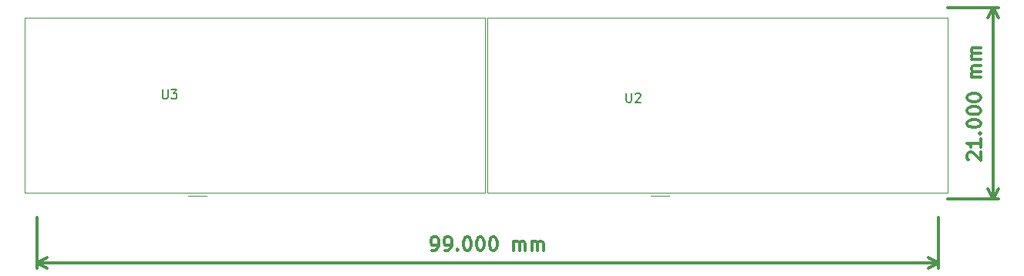
<source format=gbr>
G04 #@! TF.GenerationSoftware,KiCad,Pcbnew,(5.0.2)-1*
G04 #@! TF.CreationDate,2021-03-12T16:00:43+02:00*
G04 #@! TF.ProjectId,MAX7219 SMD,4d415837-3231-4392-9053-4d442e6b6963,rev?*
G04 #@! TF.SameCoordinates,Original*
G04 #@! TF.FileFunction,Legend,Top*
G04 #@! TF.FilePolarity,Positive*
%FSLAX46Y46*%
G04 Gerber Fmt 4.6, Leading zero omitted, Abs format (unit mm)*
G04 Created by KiCad (PCBNEW (5.0.2)-1) date 12.03.2021 16:00:43*
%MOMM*%
%LPD*%
G01*
G04 APERTURE LIST*
%ADD10C,0.300000*%
%ADD11C,0.120000*%
%ADD12C,0.150000*%
G04 APERTURE END LIST*
D10*
X137428571Y-115678571D02*
X137714285Y-115678571D01*
X137857142Y-115607142D01*
X137928571Y-115535714D01*
X138071428Y-115321428D01*
X138142857Y-115035714D01*
X138142857Y-114464285D01*
X138071428Y-114321428D01*
X138000000Y-114250000D01*
X137857142Y-114178571D01*
X137571428Y-114178571D01*
X137428571Y-114250000D01*
X137357142Y-114321428D01*
X137285714Y-114464285D01*
X137285714Y-114821428D01*
X137357142Y-114964285D01*
X137428571Y-115035714D01*
X137571428Y-115107142D01*
X137857142Y-115107142D01*
X138000000Y-115035714D01*
X138071428Y-114964285D01*
X138142857Y-114821428D01*
X138857142Y-115678571D02*
X139142857Y-115678571D01*
X139285714Y-115607142D01*
X139357142Y-115535714D01*
X139500000Y-115321428D01*
X139571428Y-115035714D01*
X139571428Y-114464285D01*
X139500000Y-114321428D01*
X139428571Y-114250000D01*
X139285714Y-114178571D01*
X139000000Y-114178571D01*
X138857142Y-114250000D01*
X138785714Y-114321428D01*
X138714285Y-114464285D01*
X138714285Y-114821428D01*
X138785714Y-114964285D01*
X138857142Y-115035714D01*
X139000000Y-115107142D01*
X139285714Y-115107142D01*
X139428571Y-115035714D01*
X139500000Y-114964285D01*
X139571428Y-114821428D01*
X140214285Y-115535714D02*
X140285714Y-115607142D01*
X140214285Y-115678571D01*
X140142857Y-115607142D01*
X140214285Y-115535714D01*
X140214285Y-115678571D01*
X141214285Y-114178571D02*
X141357142Y-114178571D01*
X141500000Y-114250000D01*
X141571428Y-114321428D01*
X141642857Y-114464285D01*
X141714285Y-114750000D01*
X141714285Y-115107142D01*
X141642857Y-115392857D01*
X141571428Y-115535714D01*
X141500000Y-115607142D01*
X141357142Y-115678571D01*
X141214285Y-115678571D01*
X141071428Y-115607142D01*
X141000000Y-115535714D01*
X140928571Y-115392857D01*
X140857142Y-115107142D01*
X140857142Y-114750000D01*
X140928571Y-114464285D01*
X141000000Y-114321428D01*
X141071428Y-114250000D01*
X141214285Y-114178571D01*
X142642857Y-114178571D02*
X142785714Y-114178571D01*
X142928571Y-114250000D01*
X143000000Y-114321428D01*
X143071428Y-114464285D01*
X143142857Y-114750000D01*
X143142857Y-115107142D01*
X143071428Y-115392857D01*
X143000000Y-115535714D01*
X142928571Y-115607142D01*
X142785714Y-115678571D01*
X142642857Y-115678571D01*
X142500000Y-115607142D01*
X142428571Y-115535714D01*
X142357142Y-115392857D01*
X142285714Y-115107142D01*
X142285714Y-114750000D01*
X142357142Y-114464285D01*
X142428571Y-114321428D01*
X142500000Y-114250000D01*
X142642857Y-114178571D01*
X144071428Y-114178571D02*
X144214285Y-114178571D01*
X144357142Y-114250000D01*
X144428571Y-114321428D01*
X144500000Y-114464285D01*
X144571428Y-114750000D01*
X144571428Y-115107142D01*
X144500000Y-115392857D01*
X144428571Y-115535714D01*
X144357142Y-115607142D01*
X144214285Y-115678571D01*
X144071428Y-115678571D01*
X143928571Y-115607142D01*
X143857142Y-115535714D01*
X143785714Y-115392857D01*
X143714285Y-115107142D01*
X143714285Y-114750000D01*
X143785714Y-114464285D01*
X143857142Y-114321428D01*
X143928571Y-114250000D01*
X144071428Y-114178571D01*
X146357142Y-115678571D02*
X146357142Y-114678571D01*
X146357142Y-114821428D02*
X146428571Y-114750000D01*
X146571428Y-114678571D01*
X146785714Y-114678571D01*
X146928571Y-114750000D01*
X147000000Y-114892857D01*
X147000000Y-115678571D01*
X147000000Y-114892857D02*
X147071428Y-114750000D01*
X147214285Y-114678571D01*
X147428571Y-114678571D01*
X147571428Y-114750000D01*
X147642857Y-114892857D01*
X147642857Y-115678571D01*
X148357142Y-115678571D02*
X148357142Y-114678571D01*
X148357142Y-114821428D02*
X148428571Y-114750000D01*
X148571428Y-114678571D01*
X148785714Y-114678571D01*
X148928571Y-114750000D01*
X149000000Y-114892857D01*
X149000000Y-115678571D01*
X149000000Y-114892857D02*
X149071428Y-114750000D01*
X149214285Y-114678571D01*
X149428571Y-114678571D01*
X149571428Y-114750000D01*
X149642857Y-114892857D01*
X149642857Y-115678571D01*
X94000000Y-117000000D02*
X193000000Y-117000000D01*
X94000000Y-112000000D02*
X94000000Y-117586421D01*
X193000000Y-112000000D02*
X193000000Y-117586421D01*
X193000000Y-117000000D02*
X191873496Y-117586421D01*
X193000000Y-117000000D02*
X191873496Y-116413579D01*
X94000000Y-117000000D02*
X95126504Y-117586421D01*
X94000000Y-117000000D02*
X95126504Y-116413579D01*
X196321428Y-105714285D02*
X196250000Y-105642857D01*
X196178571Y-105500000D01*
X196178571Y-105142857D01*
X196250000Y-105000000D01*
X196321428Y-104928571D01*
X196464285Y-104857142D01*
X196607142Y-104857142D01*
X196821428Y-104928571D01*
X197678571Y-105785714D01*
X197678571Y-104857142D01*
X197678571Y-103428571D02*
X197678571Y-104285714D01*
X197678571Y-103857142D02*
X196178571Y-103857142D01*
X196392857Y-104000000D01*
X196535714Y-104142857D01*
X196607142Y-104285714D01*
X197535714Y-102785714D02*
X197607142Y-102714285D01*
X197678571Y-102785714D01*
X197607142Y-102857142D01*
X197535714Y-102785714D01*
X197678571Y-102785714D01*
X196178571Y-101785714D02*
X196178571Y-101642857D01*
X196250000Y-101500000D01*
X196321428Y-101428571D01*
X196464285Y-101357142D01*
X196750000Y-101285714D01*
X197107142Y-101285714D01*
X197392857Y-101357142D01*
X197535714Y-101428571D01*
X197607142Y-101500000D01*
X197678571Y-101642857D01*
X197678571Y-101785714D01*
X197607142Y-101928571D01*
X197535714Y-102000000D01*
X197392857Y-102071428D01*
X197107142Y-102142857D01*
X196750000Y-102142857D01*
X196464285Y-102071428D01*
X196321428Y-102000000D01*
X196250000Y-101928571D01*
X196178571Y-101785714D01*
X196178571Y-100357142D02*
X196178571Y-100214285D01*
X196250000Y-100071428D01*
X196321428Y-100000000D01*
X196464285Y-99928571D01*
X196750000Y-99857142D01*
X197107142Y-99857142D01*
X197392857Y-99928571D01*
X197535714Y-100000000D01*
X197607142Y-100071428D01*
X197678571Y-100214285D01*
X197678571Y-100357142D01*
X197607142Y-100500000D01*
X197535714Y-100571428D01*
X197392857Y-100642857D01*
X197107142Y-100714285D01*
X196750000Y-100714285D01*
X196464285Y-100642857D01*
X196321428Y-100571428D01*
X196250000Y-100500000D01*
X196178571Y-100357142D01*
X196178571Y-98928571D02*
X196178571Y-98785714D01*
X196250000Y-98642857D01*
X196321428Y-98571428D01*
X196464285Y-98500000D01*
X196750000Y-98428571D01*
X197107142Y-98428571D01*
X197392857Y-98500000D01*
X197535714Y-98571428D01*
X197607142Y-98642857D01*
X197678571Y-98785714D01*
X197678571Y-98928571D01*
X197607142Y-99071428D01*
X197535714Y-99142857D01*
X197392857Y-99214285D01*
X197107142Y-99285714D01*
X196750000Y-99285714D01*
X196464285Y-99214285D01*
X196321428Y-99142857D01*
X196250000Y-99071428D01*
X196178571Y-98928571D01*
X197678571Y-96642857D02*
X196678571Y-96642857D01*
X196821428Y-96642857D02*
X196750000Y-96571428D01*
X196678571Y-96428571D01*
X196678571Y-96214285D01*
X196750000Y-96071428D01*
X196892857Y-96000000D01*
X197678571Y-96000000D01*
X196892857Y-96000000D02*
X196750000Y-95928571D01*
X196678571Y-95785714D01*
X196678571Y-95571428D01*
X196750000Y-95428571D01*
X196892857Y-95357142D01*
X197678571Y-95357142D01*
X197678571Y-94642857D02*
X196678571Y-94642857D01*
X196821428Y-94642857D02*
X196750000Y-94571428D01*
X196678571Y-94428571D01*
X196678571Y-94214285D01*
X196750000Y-94071428D01*
X196892857Y-94000000D01*
X197678571Y-94000000D01*
X196892857Y-94000000D02*
X196750000Y-93928571D01*
X196678571Y-93785714D01*
X196678571Y-93571428D01*
X196750000Y-93428571D01*
X196892857Y-93357142D01*
X197678571Y-93357142D01*
X199000000Y-110000000D02*
X199000000Y-89000000D01*
X194000000Y-110000000D02*
X199586421Y-110000000D01*
X194000000Y-89000000D02*
X199586421Y-89000000D01*
X199000000Y-89000000D02*
X199586421Y-90126504D01*
X199000000Y-89000000D02*
X198413579Y-90126504D01*
X199000000Y-110000000D02*
X199586421Y-108873496D01*
X199000000Y-110000000D02*
X198413579Y-108873496D01*
D11*
G04 #@! TO.C,U3*
X110633000Y-109695000D02*
X112633000Y-109695000D01*
X143253000Y-90075000D02*
X92713000Y-90075000D01*
X143253000Y-109315000D02*
X143253000Y-90075000D01*
X92713000Y-109315000D02*
X143253000Y-109315000D01*
X92713000Y-109315000D02*
X92713000Y-90075000D01*
G04 #@! TO.C,U2*
X143513000Y-109315000D02*
X143513000Y-90075000D01*
X143513000Y-109315000D02*
X194053000Y-109315000D01*
X194053000Y-109315000D02*
X194053000Y-90075000D01*
X194053000Y-90075000D02*
X143513000Y-90075000D01*
X161433000Y-109695000D02*
X163433000Y-109695000D01*
G04 #@! TO.C,U3*
D12*
X107823095Y-98004380D02*
X107823095Y-98813904D01*
X107870714Y-98909142D01*
X107918333Y-98956761D01*
X108013571Y-99004380D01*
X108204047Y-99004380D01*
X108299285Y-98956761D01*
X108346904Y-98909142D01*
X108394523Y-98813904D01*
X108394523Y-98004380D01*
X108775476Y-98004380D02*
X109394523Y-98004380D01*
X109061190Y-98385333D01*
X109204047Y-98385333D01*
X109299285Y-98432952D01*
X109346904Y-98480571D01*
X109394523Y-98575809D01*
X109394523Y-98813904D01*
X109346904Y-98909142D01*
X109299285Y-98956761D01*
X109204047Y-99004380D01*
X108918333Y-99004380D01*
X108823095Y-98956761D01*
X108775476Y-98909142D01*
G04 #@! TO.C,U2*
X158750095Y-98385380D02*
X158750095Y-99194904D01*
X158797714Y-99290142D01*
X158845333Y-99337761D01*
X158940571Y-99385380D01*
X159131047Y-99385380D01*
X159226285Y-99337761D01*
X159273904Y-99290142D01*
X159321523Y-99194904D01*
X159321523Y-98385380D01*
X159750095Y-98480619D02*
X159797714Y-98433000D01*
X159892952Y-98385380D01*
X160131047Y-98385380D01*
X160226285Y-98433000D01*
X160273904Y-98480619D01*
X160321523Y-98575857D01*
X160321523Y-98671095D01*
X160273904Y-98813952D01*
X159702476Y-99385380D01*
X160321523Y-99385380D01*
G04 #@! TD*
M02*

</source>
